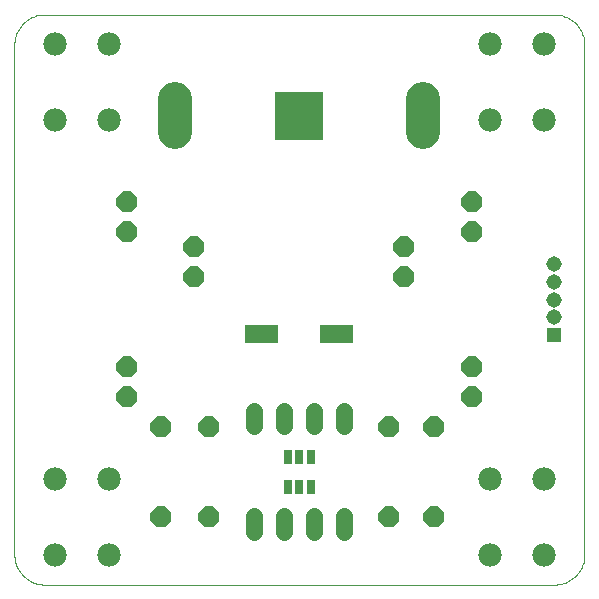
<source format=gts>
G75*
G70*
%OFA0B0*%
%FSLAX24Y24*%
%IPPOS*%
%LPD*%
%AMOC8*
5,1,8,0,0,1.08239X$1,22.5*
%
%ADD10C,0.0010*%
%ADD11R,0.0257X0.0512*%
%ADD12OC8,0.0700*%
%ADD13C,0.1135*%
%ADD14R,0.1640X0.1640*%
%ADD15C,0.0780*%
%ADD16C,0.0560*%
%ADD17R,0.0516X0.0516*%
%ADD18C,0.0516*%
%ADD19R,0.0594X0.0594*%
D10*
X000131Y001111D02*
X000131Y018111D01*
X000133Y018171D01*
X000138Y018232D01*
X000147Y018291D01*
X000160Y018350D01*
X000176Y018409D01*
X000196Y018466D01*
X000219Y018521D01*
X000246Y018576D01*
X000275Y018628D01*
X000308Y018679D01*
X000344Y018728D01*
X000382Y018774D01*
X000424Y018818D01*
X000468Y018860D01*
X000514Y018898D01*
X000563Y018934D01*
X000614Y018967D01*
X000666Y018996D01*
X000721Y019023D01*
X000776Y019046D01*
X000833Y019066D01*
X000892Y019082D01*
X000951Y019095D01*
X001010Y019104D01*
X001071Y019109D01*
X001131Y019111D01*
X018131Y019111D01*
X018191Y019109D01*
X018252Y019104D01*
X018311Y019095D01*
X018370Y019082D01*
X018429Y019066D01*
X018486Y019046D01*
X018541Y019023D01*
X018596Y018996D01*
X018648Y018967D01*
X018699Y018934D01*
X018748Y018898D01*
X018794Y018860D01*
X018838Y018818D01*
X018880Y018774D01*
X018918Y018728D01*
X018954Y018679D01*
X018987Y018628D01*
X019016Y018576D01*
X019043Y018521D01*
X019066Y018466D01*
X019086Y018409D01*
X019102Y018350D01*
X019115Y018291D01*
X019124Y018232D01*
X019129Y018171D01*
X019131Y018111D01*
X019131Y001111D01*
X019129Y001051D01*
X019124Y000990D01*
X019115Y000931D01*
X019102Y000872D01*
X019086Y000813D01*
X019066Y000756D01*
X019043Y000701D01*
X019016Y000646D01*
X018987Y000594D01*
X018954Y000543D01*
X018918Y000494D01*
X018880Y000448D01*
X018838Y000404D01*
X018794Y000362D01*
X018748Y000324D01*
X018699Y000288D01*
X018648Y000255D01*
X018596Y000226D01*
X018541Y000199D01*
X018486Y000176D01*
X018429Y000156D01*
X018370Y000140D01*
X018311Y000127D01*
X018252Y000118D01*
X018191Y000113D01*
X018131Y000111D01*
X001131Y000111D01*
X001071Y000113D01*
X001010Y000118D01*
X000951Y000127D01*
X000892Y000140D01*
X000833Y000156D01*
X000776Y000176D01*
X000721Y000199D01*
X000666Y000226D01*
X000614Y000255D01*
X000563Y000288D01*
X000514Y000324D01*
X000468Y000362D01*
X000424Y000404D01*
X000382Y000448D01*
X000344Y000494D01*
X000308Y000543D01*
X000275Y000594D01*
X000246Y000646D01*
X000219Y000701D01*
X000196Y000756D01*
X000176Y000813D01*
X000160Y000872D01*
X000147Y000931D01*
X000138Y000990D01*
X000133Y001051D01*
X000131Y001111D01*
D11*
X009257Y003349D03*
X009631Y003349D03*
X010005Y003349D03*
X010005Y004373D03*
X009631Y004373D03*
X009257Y004373D03*
D12*
X006631Y005361D03*
X005006Y005361D03*
X003881Y006361D03*
X003881Y007361D03*
X006131Y010361D03*
X006131Y011361D03*
X003881Y011861D03*
X003881Y012861D03*
X012631Y005361D03*
X014131Y005361D03*
X015381Y006361D03*
X015381Y007361D03*
X013131Y010361D03*
X013131Y011361D03*
X015381Y011861D03*
X015381Y012861D03*
X014131Y002361D03*
X012631Y002361D03*
X006631Y002361D03*
X005006Y002361D03*
D13*
X005497Y015188D02*
X005497Y016283D01*
X013765Y016283D02*
X013765Y015188D01*
D14*
X009631Y015736D03*
D15*
X003271Y015581D03*
X001491Y015581D03*
X001491Y018141D03*
X003271Y018141D03*
X015991Y018141D03*
X017771Y018141D03*
X017771Y015581D03*
X015991Y015581D03*
X015991Y003641D03*
X017771Y003641D03*
X017771Y001081D03*
X015991Y001081D03*
X003271Y001081D03*
X001491Y001081D03*
X001491Y003641D03*
X003271Y003641D03*
D16*
X008131Y002384D02*
X008131Y001864D01*
X009131Y001864D02*
X009131Y002384D01*
X010131Y002384D02*
X010131Y001864D01*
X011131Y001864D02*
X011131Y002384D01*
X011131Y005384D02*
X011131Y005904D01*
X010131Y005904D02*
X010131Y005384D01*
X009131Y005384D02*
X009131Y005904D01*
X008131Y005904D02*
X008131Y005384D01*
D17*
X018131Y008430D03*
D18*
X018131Y009020D03*
X018131Y009611D03*
X018131Y010201D03*
X018131Y010792D03*
D19*
X011131Y008476D03*
X010631Y008476D03*
X008631Y008476D03*
X008131Y008476D03*
M02*

</source>
